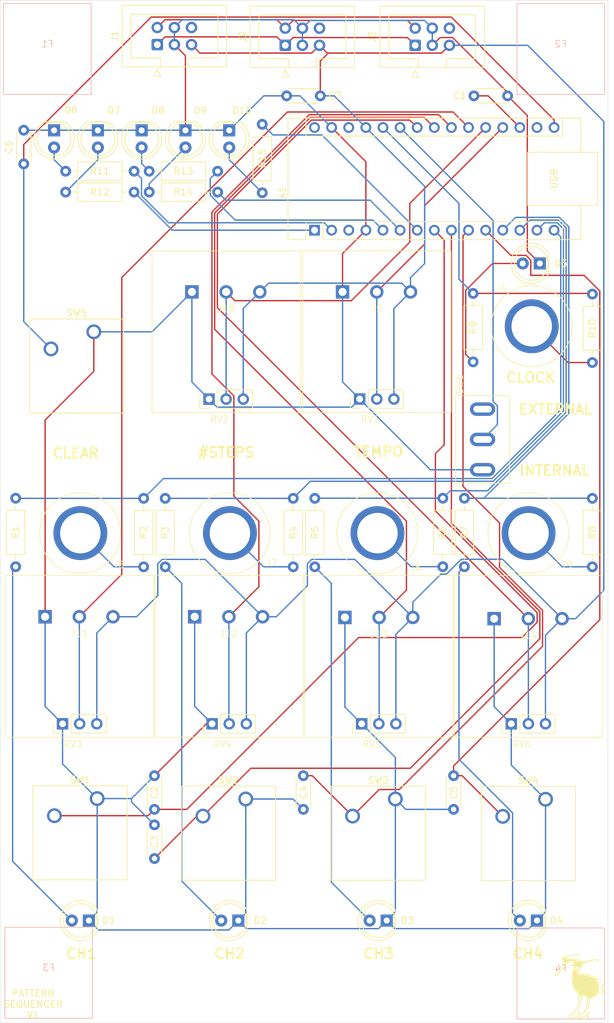
<source format=kicad_pcb>
(kicad_pcb (version 20241229) (generator "pcbnew") (generator_version "9.0")
  (layers (0 "F.Cu" signal) (2 "B.Cu" signal) (13 "F.Paste" user) (15 "B.Paste" user) (5 "F.SilkS" user "F.Silkscreen") (7 "B.SilkS" user "B.Silkscreen") (1 "F.Mask" user) (3 "B.Mask" user) (25 "Edge.Cuts" user))
  (net 0 "")
  (net 1 "Net-(A1-D4)")
  (net 2 "Net-(A1-D5)")
  (net 3 "5V")
  (net 4 "Net-(A1-D1{slash}TX)")
  (net 5 "Net-(A1-A0)")
  (net 6 "Net-(A1-D2)")
  (net 7 "Net-(A1-D6)")
  (net 8 "Net-(A1-A5)")
  (net 10 "Net-(A1-A7)")
  (net 11 "Net-(A1-A4)")
  (net 13 "Net-(A1-D0{slash}RX)")
  (net 14 "GND")
  (net 15 "Net-(A1-D7)")
  (net 17 "Net-(A1-A2)")
  (net 19 "Net-(A1-A3)")
  (net 20 "Net-(A1-D8)")
  (net 21 "Net-(A1-A1)")
  (net 22 "Net-(A1-D12)")
  (net 23 "Net-(A1-A6)")
  (net 24 "Net-(A1-D9)")
  (net 25 "Net-(A1-AREF)")
  (net 26 "Net-(A1-D10)")
  (net 27 "Net-(A1-D3)")
  (net 28 "Net-(A1-D11)")
  (net 29 "Net-(A1-D13)")
  (net 30 "12V")
  (net 32 "-12V")
  (net 35 "Net-(D1-A)")
  (net 36 "Net-(D2-A)")
  (net 37 "Net-(D3-A)")
  (net 38 "Net-(D4-A)")
  (net 39 "Net-(D5-A)")
  (net 40 "Net-(D6-A)")
  (net 41 "Net-(D7-A)")
  (net 42 "Net-(D8-A)")
  (net 43 "Net-(D9-A)")
  (net 44 "Net-(D10-A)")
  (net 45 "Net-(J4-Pin_1)")
  (net 46 "Net-(J6-Pin_1)")
  (net 47 "Net-(J7-Pin_1)")
  (net 48 "Net-(J8-Pin_1)")
  (net 49 "Net-(J9-Pin_1)")
  (footprint "Button_Switch_Keyboard:SW_Cherry_MX_1.00u_PCB" (layer "F.Cu") (at 97.65 140.16)
    (property "Reference" "SW2")
    (property "Value" "IN 2")
  )
  (footprint "LED_THT:LED_D5.0mm" (layer "F.Cu") (at 82.2 40.925 -90)
    (property "Reference" "D8")
    (property "Value" "LED (Red)")
  )
  (footprint "Resistor_THT:R_Axial_DIN0207_L6.3mm_D2.5mm_P10.16mm_Horizontal" (layer "F.Cu") (at 130.1 105.68 90)
    (property "Reference" "R7")
    (property "Value" "1K")
  )
  (footprint "Resistor_THT:R_Axial_DIN0207_L6.3mm_D2.5mm_P10.16mm_Horizontal" (layer "F.Cu") (at 126.9 105.68 90)
    (property "Reference" "R6")
    (property "Value" "1K")
  )
  (footprint "Capacitor_THT:C_Disc_D4.3mm_W1.9mm_P5.00mm" (layer "F.Cu") (at 128.5 136.7 -90)
    (property "Reference" "C5")
    (property "Value" "1uF")
  )
  (footprint "Connector_IDC:IDC-Header_2x03_P2.54mm_Vertical" (layer "F.Cu") (at 84.52 28.2 90)
    (property "Reference" "J1")
    (property "Value" "Power")
  )
  (footprint "modular2:pot" (layer "F.Cu") (at 139.6 116.4)
    (property "Reference" "J14")
    (property "Value" "Conn_01x03_Socket")
  )
  (footprint "Capacitor_THT:C_Disc_D4.3mm_W1.9mm_P5.00mm" (layer "F.Cu") (at 64.7 45.9 90)
    (property "Reference" "C6")
    (property "Value" "1uF")
  )
  (footprint "Resistor_THT:R_Axial_DIN0207_L6.3mm_D2.5mm_P10.16mm_Horizontal" (layer "F.Cu") (at 70.92 46.985)
    (property "Reference" "R11")
    (property "Value" "1K")
  )
  (footprint "Resistor_THT:R_Axial_DIN0207_L6.3mm_D2.5mm_P10.16mm_Horizontal" (layer "F.Cu") (at 85.7 105.7 90)
    (property "Reference" "R3")
    (property "Value" "1K")
  )
  (footprint "Button_Switch_Keyboard:SW_Cherry_MX_1.00u_PCB" (layer "F.Cu") (at 75.6 140.1)
    (property "Reference" "SW1")
    (property "Value" "IN 1")
  )
  (footprint "LED_THT:LED_D5.0mm" (layer "F.Cu") (at 69.2 40.925 -90)
    (property "Reference" "D6")
    (property "Value" "LED (Red)")
  )
  (footprint "Resistor_THT:R_Axial_DIN0207_L6.3mm_D2.5mm_P10.16mm_Horizontal" (layer "F.Cu") (at 83.32 50.085)
    (property "Reference" "R14")
    (property "Value" "1K")
  )
  (footprint "Capacitor_THT:C_Disc_D4.3mm_W1.9mm_P5.00mm" (layer "F.Cu") (at 84.1 141.7 90)
    (property "Reference" "C2")
    (property "Value" "1uF")
  )
  (footprint "Resistor_THT:R_Axial_DIN0207_L6.3mm_D2.5mm_P10.16mm_Horizontal" (layer "F.Cu") (at 149.1 105.7 90)
    (property "Reference" "R8")
    (property "Value" "1K")
  )
  (footprint "LED_THT:LED_D5.0mm" (layer "F.Cu") (at 140.875 158.2 180)
    (property "Reference" "D4")
    (property "Value" "LED (Red)")
  )
  (footprint "Resistor_THT:R_Axial_DIN0207_L6.3mm_D2.5mm_P10.16mm_Horizontal" (layer "F.Cu") (at 107.9 105.7 90)
    (property "Reference" "R5")
    (property "Value" "1K")
  )
  (footprint "Connector_IDC:IDC-Header_2x03_P2.54mm_Vertical" (layer "F.Cu") (at 122.8 28.3 90)
    (property "Reference" "J3")
    (property "Value" "Power")
  )
  (footprint "Button_Switch_Keyboard:SW_Cherry_MX_1.00u_PCB" (layer "F.Cu") (at 119.86 140.16)
    (property "Reference" "SW3")
    (property "Value" "IN 3")
  )
  (footprint "Resistor_THT:R_Axial_DIN0207_L6.3mm_D2.5mm_P10.16mm_Horizontal" (layer "F.Cu") (at 149.1 65.22 -90)
    (property "Reference" "R10")
    (property "Value" "1K")
  )
  (footprint "modular2:pot" (layer "F.Cu") (at 94.74 67.9)
    (property "Reference" "J10")
    (property "Value" "Conn_01x03_Socket")
  )
  (footprint "Capacitor_THT:C_Disc_D4.3mm_W1.9mm_P5.00mm" (layer "F.Cu") (at 84.1 149 90)
    (property "Reference" "C3")
    (property "Value" "1uF")
  )
  (footprint "LED_THT:LED_D5.0mm" (layer "F.Cu") (at 141.3 60.68 180)
    (property "Reference" "D5")
    (property "Value" "LED (Red)")
  )
  (footprint "modular2:pot" (layer "F.Cu") (at 117.1 67.9)
    (property "Reference" "J5")
    (property "Value" "Conn_01x03_Socket")
  )
  (footprint "modular2:pot-socket" (layer "F.Cu") (at 93.74 72.8125)
    (property "Reference" "RV2")
    (property "Value" "100K - Num Steps")
  )
  (footprint "LED_THT:LED_D5.0mm" (layer "F.Cu") (at 118.575 158.2 180)
    (property "Reference" "D3")
    (property "Value" "LED (Red)")
  )
  (footprint "LED_THT:LED_D5.0mm" (layer "F.Cu") (at 95.2 40.925 -90)
    (property "Reference" "D10")
    (property "Value" "LED (Red)")
  )
  (footprint "Button_Switch_Keyboard:SW_Cherry_MX_1.00u_PCB" (layer "F.Cu") (at 75.1 70.82)
    (property "Reference" "SW5")
    (property "Value" "CLEAR")
  )
  (footprint "Resistor_THT:R_Axial_DIN0207_L6.3mm_D2.5mm_P10.16mm_Horizontal" (layer "F.Cu") (at 83.32 46.985)
    (property "Reference" "R13")
    (property "Value" "1K")
  )
  (footprint "Resistor_THT:R_Axial_DIN0207_L6.3mm_D2.5mm_P10.16mm_Horizontal" (layer "F.Cu") (at 104.7 105.7 90)
    (property "Reference" "R4")
    (property "Value" "1K")
  )
  (footprint "modular2:banana-jack" (layer "F.Cu") (at 117.175062 100.7 90)
    (property "Reference" "J8")
    (property "Value" "Out 3")
  )
  (footprint "modular2:pot-socket" (layer "F.Cu") (at 94.2 121)
    (property "Reference" "RV4")
    (property "Value" "100K - Len 2")
  )
  (footprint "modular2:banana-jack" (layer "F.Cu") (at 73.075062 100.7 90)
    (property "Reference" "J6")
    (property "Value" "Out 1")
  )
  (footprint "LED_THT:LED_D5.0mm" (layer "F.Cu") (at 96.55 158.2 180)
    (property "Reference" "D2")
    (property "Value" "LED (Red)")
  )
  (footprint "Resistor_THT:R_Axial_DIN0207_L6.3mm_D2.5mm_P10.16mm_Horizontal" (layer "F.Cu") (at 70.92 50.085)
    (property "Reference" "R12")
    (property "Value" "1K")
  )
  (footprint "Resistor_THT:R_Axial_DIN0207_L6.3mm_D2.5mm_P10.16mm_Horizontal" (layer "F.Cu") (at 82.5 105.7 90)
    (property "Reference" "R2")
    (property "Value" "1K")
  )
  (footprint "Resistor_THT:R_Axial_DIN0207_L6.3mm_D2.5mm_P10.16mm_Horizontal" (layer "F.Cu") (at 100.1 50.185 90)
    (property "Reference" "R15")
    (property "Value" "1K")
  )
  (footprint "Button_Switch_Keyboard:SW_Cherry_MX_1.00u_PCB" (layer "F.Cu") (at 142.15 140.2)
    (property "Reference" "SW4")
    (property "Value" "IN 4")
  )
  (footprint "modular2:pot-socket" (layer "F.Cu") (at 116.4 121)
    (property "Reference" "RV5")
    (property "Value" "100K - Len 3")
  )
  (footprint "Capacitor_THT:C_Disc_D4.3mm_W1.9mm_P5.00mm" (layer "F.Cu") (at 103.72 35.8)
    (property "Reference" "C7")
    (property "Value" "100nf")
  )
  (footprint "LED_THT:LED_D5.0mm" (layer "F.Cu") (at 74.375 158.2 180)
    (property "Reference" "D1")
    (property "Value" "LED (Red)")
  )
  (footprint "Resistor_THT:R_Axial_DIN0207_L6.3mm_D2.5mm_P10.16mm_Horizontal" (layer "F.Cu") (at 63.5 105.68 90)
    (property "Reference" "R1")
    (property "Value" "1K")
  )
  (footprint "Resistor_THT:R_Axial_DIN0207_L6.3mm_D2.5mm_P10.16mm_Horizontal" (layer "F.Cu") (at 131.4 75.28 90)
    (property "Reference" "R9")
    (property "Value" "1K")
  )
  (footprint "Capacitor_THT:C_Disc_D4.3mm_W1.9mm_P5.00mm" (layer "F.Cu") (at 136.52 35.8 180)
    (property "Reference" "C1")
    (property "Value" "100nf")
  )
  (footprint "modular2:pot" (layer "F.Cu") (at 72.95 116.1125)
    (property "Reference" "J11")
    (property "Value" "Conn_01x03_Socket")
  )
  (footprint "Module:Arduino_Nano" (layer "F.Cu") (at 107.86 55.74 90)
    (property "Reference" "A1")
    (property "Value" "Arduino_Nano_v3.x")
  )
  (footprint "modular2:pot-socket" (layer "F.Cu") (at 138.6 121)
    (property "Reference" "RV6")
    (property "Value" "100K - Len 4")
  )
  (footprint "modular2:switch1" (layer "F.Cu") (at 132.8 86.8 180)
    (property "Reference" "SW6")
    (property "Value" "External Clock Select")
  )
  (footprint "Capacitor_THT:C_Disc_D4.3mm_W1.9mm_P5.00mm" (layer "F.Cu") (at 106.2 136.7 -90)
    (property "Reference" "C4")
    (property "Value" "1uF")
  )
  (footprint "modular2:banana-jack" (layer "F.Cu") (at 139.6 100.7 90)
    (property "Reference" "J9")
    (property "Value" "Out 4")
  )
  (footprint "LED_THT:LED_D5.0mm" (layer "F.Cu") (at 88.7 40.925 -90)
    (property "Reference" "D9")
    (property "Value" "LED (Red)")
  )
  (footprint "modular2:pot-socket" (layer "F.Cu") (at 72 121)
    (property "Reference" "RV3")
    (property "Value" "100K - Len 1")
  )
  (footprint "modular2:pot" (layer "F.Cu") (at 95.15 116.1125)
    (property "Reference" "J12")
    (property "Value" "Conn_01x03_Socket")
  )
  (footprint "Connector_IDC:IDC-Header_2x03_P2.54mm_Vertical" (layer "F.Cu") (at 103.52 28.3 90)
    (property "Reference" "J2")
    (property "Value" "Power")
  )
  (footprint "modular2:ibis-small" (layer "F.Cu") (at 147.3 168.1)
    (property "Reference" "G***" (hide yes))
    (property "Value" "LOGO" (hide yes))
  )
  (footprint "modular2:pot" (layer "F.Cu") (at 117.45 116.2125)
    (property "Reference" "J13")
    (property "Value" "Conn_01x03_Socket")
  )
  (footprint "modular2:banana-jack" (layer "F.Cu") (at 140.1 69.975062)
    (property "Reference" "J4")
    (property "Value" "External Clock")
  )
  (footprint "LED_THT:LED_D5.0mm" (layer "F.Cu") (at 75.7 40.925 -90)
    (property "Reference" "D7")
    (property "Value" "LED (Red)")
  )
  (footprint "modular2:banana-jack" (layer "F.Cu") (at 95.275062 100.7 90)
    (property "Reference" "J7")
    (property "Value" "Out 2")
  )
  (footprint "modular2:pot-socket" (layer "F.Cu") (at 116.1 72.8)
    (property "Reference" "RV1")
    (property "Value" "100K - Tempo")
  )
  (footprint "modular2:foot" (layer "B.Cu") (at 68.2 28.6 180)
    (property "Reference" "F1")
    (property "Value" "foot")
  )
  (footprint "modular2:foot" (layer "B.Cu") (at 144.4 165.8 180)
    (property "Reference" "F4")
    (property "Value" "foot")
  )
  (footprint "modular2:foot" (layer "B.Cu") (at 144.4 28.6 180)
    (property "Reference" "F2")
    (property "Value" "foot")
  )
  (footprint "modular2:foot" (layer "B.Cu") (at 68.4 165.7 180)
    (property "Reference" "F3")
    (property "Value" "foot")
  )
  (gr_rect (start 61.2 21.6) (end 151.4 173.4) (stroke (width 0.05)) (fill no) (layer "Edge.Cuts"))
  (gr_text "#STEPS" (at 90.4 89.6 0) (layer "F.SilkS") (effects (font (size 1.5 1.5) (thickness 0.3) (bold yes)) (justify left bottom)))
  (gr_text "CH1" (at 70.8 164 0) (layer "F.SilkS") (effects (font (size 1.5 1.5) (thickness 0.3) (bold yes)) (justify left bottom)))
  (gr_text "CH3" (at 114.9 164 0) (layer "F.SilkS") (effects (font (size 1.5 1.5) (thickness 0.3) (bold yes)) (justify left bottom)))
  (gr_text "EXTERNAL" (at 138 83.2 0) (layer "F.SilkS") (effects (font (size 1.5 1.5) (thickness 0.3) (bold yes)) (justify left bottom)))
  (gr_text "CH4" (at 137.1 164 0) (layer "F.SilkS") (effects (font (size 1.5 1.5) (thickness 0.3) (bold yes)) (justify left bottom)))
  (gr_text "TEMPO" (at 113.5 89.5 0) (layer "F.SilkS") (effects (font (size 1.5 1.5) (thickness 0.3) (bold yes)) (justify left bottom)))
  (gr_text "CH2" (at 92.8 164 0) (layer "F.SilkS") (effects (font (size 1.5 1.5) (thickness 0.3) (bold yes)) (justify left bottom)))
  (gr_text "CLEAR" (at 68.8 89.7 0) (layer "F.SilkS") (effects (font (size 1.5 1.5) (thickness 0.3) (bold yes)) (justify left bottom)))
  (gr_text "CLOCK" (at 136.1 78.5 0) (layer "F.SilkS") (effects (font (size 1.5 1.5) (thickness 0.3) (bold yes)) (justify left bottom)))
  (gr_text "PATTERN\nSEQUENCER\nV1" (at 66.1 170.6 0) (layer "F.SilkS") (effects (font (size 1 1))))
  (gr_text "INTERNAL" (at 138.1 92.3 0) (layer "F.SilkS") (effects (font (size 1.5 1.5) (thickness 0.3) (bold yes)) (justify left bottom)))
  (segment (start 123.1 55.74) (end 108.961 41.601) (width 0.2) (layer "B.Cu") (net 1))
  (segment (start 101.676 41.601) (end 100.1 40.025) (width 0.2) (layer "B.Cu") (net 1))
  (segment (start 108.961 41.601) (end 101.676 41.601) (width 0.2) (layer "B.Cu") (net 1))
  (segment (start 69.25 142.64) (end 83.16 142.64) (width 0.2) (layer "F.Cu") (net 2))
  (segment (start 140.901 112.501) (end 140.901 113.938892) (width 0.2) (layer "F.Cu") (net 2))
  (segment (start 88.9 141.7) (end 84.1 141.7) (width 0.2) (layer "F.Cu") (net 2))
  (segment (start 125.799 88.902) (end 125.799 97.399) (width 0.2) (layer "F.Cu") (net 2))
  (segment (start 83.16 142.64) (end 84.1 141.7) (width 0.2) (layer "F.Cu") (net 2))
  (segment (start 138.640892 116.199) (end 114.401 116.199) (width 0.2) (layer "F.Cu") (net 2))
  (segment (start 125.64 55.74) (end 127.101 57.201) (width 0.2) (layer "F.Cu") (net 2))
  (segment (start 114.401 116.199) (end 88.9 141.7) (width 0.2) (layer "F.Cu") (net 2))
  (segment (start 140.901 113.938892) (end 138.640892 116.199) (width 0.2) (layer "F.Cu") (net 2))
  (segment (start 125.799 97.399) (end 140.901 112.501) (width 0.2) (layer "F.Cu") (net 2))
  (segment (start 127.101 57.201) (end 127.101 87.6) (width 0.2) (layer "F.Cu") (net 2))
  (segment (start 127.101 87.6) (end 125.799 88.902) (width 0.2) (layer "F.Cu") (net 2))
  (segment (start 126.729 29.451) (end 127.88 28.3) (width 0.2) (layer "F.Cu") (net 3))
  (segment (start 108.6 28.3) (end 109.751 29.451) (width 0.2) (layer "F.Cu") (net 3))
  (segment (start 108.72 35.8) (end 108.72 30.631) (width 0.2) (layer "F.Cu") (net 3))
  (segment (start 90.851 29.451) (end 107.449 29.451) (width 0.2) (layer "F.Cu") (net 3))
  (segment (start 109.9 29.451) (end 126.729 29.451) (width 0.2) (layer "F.Cu") (net 3))
  (segment (start 107.449 29.451) (end 108.6 28.3) (width 0.2) (layer "F.Cu") (net 3))
  (segment (start 108.72 30.631) (end 109.9 29.451) (width 0.2) (layer "F.Cu") (net 3))
  (segment (start 109.751 29.451) (end 109.9 29.451) (width 0.2) (layer "F.Cu") (net 3))
  (segment (start 89.6 28.2) (end 90.851 29.451) (width 0.2) (layer "F.Cu") (net 3))
  (segment (start 139.499 28.3) (end 127.88 28.3) (width 0.2) (layer "B.Cu") (net 3))
  (segment (start 126.616976 106.781) (end 127.44195 106.781) (width 0.2) (layer "B.Cu") (net 3))
  (segment (start 107.44395 104.599) (end 113.8365 104.599) (width 0.2) (layer "B.Cu") (net 3))
  (segment (start 122.1 62.797976) (end 122.1 64.9) (width 0.2) (layer "B.Cu") (net 3))
  (segment (start 102.189524 113.1125) (end 106.799 108.503024) (width 0.2) (layer "B.Cu") (net 3))
  (segment (start 119.94 115.7225) (end 119.94 129) (width 0.2) (layer "B.Cu") (net 3))
  (segment (start 77.95 113.1125) (end 75.54 115.5225) (width 0.2) (layer "B.Cu") (net 3))
  (segment (start 84.599 109.9615) (end 84.599 105.24395) (width 0.2) (layer "B.Cu") (net 3))
  (segment (start 85.24395 104.599) (end 91.6365 104.599) (width 0.2) (layer "B.Cu") (net 3))
  (segment (start 110.78 35.8) (end 115.48 40.5) (width 0.2) (layer "B.Cu") (net 3))
  (segment (start 91.6365 104.599) (end 100.15 113.1125) (width 0.2) (layer "B.Cu") (net 3))
  (segment (start 75.54 115.5225) (end 75.54 129) (width 0.2) (layer "B.Cu") (net 3))
  (segment (start 144.6 113.4) (end 146.6 113.4) (width 0.2) (layer "B.Cu") (net 3))
  (segment (start 144.6 113.4) (end 142.14 115.86) (width 0.2) (layer "B.Cu") (net 3))
  (segment (start 100.15 113.1125) (end 97.74 115.5225) (width 0.2) (layer "B.Cu") (net 3))
  (segment (start 99.74 64.9) (end 101.041 63.599) (width 0.2) (layer "B.Cu") (net 3))
  (segment (start 120.799 63.599) (end 122.1 64.9) (width 0.2) (layer "B.Cu") (net 3))
  (segment (start 101.041 63.599) (end 120.799 63.599) (width 0.2) (layer "B.Cu") (net 3))
  (segment (start 97.74 115.5225) (end 97.74 129) (width 0.2) (layer "B.Cu") (net 3))
  (segment (start 106.799 105.24395) (end 107.44395 104.599) (width 0.2) (layer "B.Cu") (net 3))
  (segment (start 106.799 108.503024) (end 106.799 105.24395) (width 0.2) (layer "B.Cu") (net 3))
  (segment (start 113.8365 104.599) (end 122.45 113.2125) (width 0.2) (layer "B.Cu") (net 3))
  (segment (start 122.45 113.2125) (end 122.45 110.947976) (width 0.2) (layer "B.Cu") (net 3))
  (segment (start 129.64395 104.579) (end 135.779 104.579) (width 0.2) (layer "B.Cu") (net 3))
  (segment (start 119.64 67.36) (end 119.64 80.8) (width 0.2) (layer "B.Cu") (net 3))
  (segment (start 142.14 115.86) (end 142.14 129) (width 0.2) (layer "B.Cu") (net 3))
  (segment (start 124.201 49.221) (end 124.201 60.696976) (width 0.2) (layer "B.Cu") (net 3))
  (segment (start 135.779 104.579) (end 144.6 113.4) (width 0.2) (layer "B.Cu") (net 3))
  (segment (start 115.48 40.5) (end 124.201 49.221) (width 0.2) (layer "B.Cu") (net 3))
  (segment (start 122.45 110.947976) (end 126.616976 106.781) (width 0.2) (layer "B.Cu") (net 3))
  (segment (start 77.95 113.1125) (end 81.448 113.1125) (width 0.2) (layer "B.Cu") (net 3))
  (segment (start 122.45 113.2125) (end 119.94 115.7225) (width 0.2) (layer "B.Cu") (net 3))
  (segment (start 97.28 67.36) (end 97.28 80.8125) (width 0.2) (layer "B.Cu") (net 3))
  (segment (start 150.799 39.6) (end 139.499 28.3) (width 0.2) (layer "B.Cu") (net 3))
  (segment (start 84.599 105.24395) (end 85.24395 104.599) (width 0.2) (layer "B.Cu") (net 3))
  (segment (start 81.448 113.1125) (end 84.599 109.9615) (width 0.2) (layer "B.Cu") (net 3))
  (segment (start 127.44195 106.781) (end 129.64395 104.579) (width 0.2) (layer "B.Cu") (net 3))
  (segment (start 124.201 60.696976) (end 122.1 62.797976) (width 0.2) (layer "B.Cu") (net 3))
  (segment (start 108.72 35.8) (end 110.78 35.8) (width 0.2) (layer "B.Cu") (net 3))
  (segment (start 122.1 64.9) (end 119.64 67.36) (width 0.2) (layer "B.Cu") (net 3))
  (segment (start 99.74 64.9) (end 97.28 67.36) (width 0.2) (layer "B.Cu") (net 3))
  (segment (start 150.799 109.201) (end 150.799 39.6) (width 0.2) (layer "B.Cu") (net 3))
  (segment (start 100.15 113.1125) (end 102.189524 113.1125) (width 0.2) (layer "B.Cu") (net 3))
  (segment (start 146.6 113.4) (end 150.799 109.201) (width 0.2) (layer "B.Cu") (net 3))
  (segment (start 107.86 55.74) (end 86.735 55.74) (width 0.2) (layer "B.Cu") (net 4))
  (segment (start 86.735 55.74) (end 81.08 50.085) (width 0.2) (layer "B.Cu") (net 4))
  (segment (start 124.2 57.8) (end 117.1 64.9) (width 0.2) (layer "F.Cu") (net 5))
  (segment (start 124.2 52.1) (end 124.2 57.8) (width 0.2) (layer "F.Cu") (net 5))
  (segment (start 135.8 40.5) (end 124.2 52.1) (width 0.2) (layer "F.Cu") (net 5))
  (segment (start 117.1 64.9) (end 117.1 80.8) (width 0.2) (layer "B.Cu") (net 5))
  (segment (start 92.379 50.54105) (end 92.379 48.086) (width 0.2) (layer "B.Cu") (net 6))
  (segment (start 92.379 48.086) (end 93.48 46.985) (width 0.2) (layer "B.Cu") (net 6))
  (segment (start 118.02 55.74) (end 116.518 54.238) (width 0.2) (layer "B.Cu") (net 6))
  (segment (start 96.07595 54.238) (end 92.379 50.54105) (width 0.2) (layer "B.Cu") (net 6))
  (segment (start 116.518 54.238) (end 96.07595 54.238) (width 0.2) (layer "B.Cu") (net 6))
  (segment (start 128.18 55.74) (end 128.18 99.2129) (width 0.2) (layer "F.Cu") (net 7))
  (segment (start 98.401 135.599) (end 91.3 142.7) (width 0.2) (layer "F.Cu") (net 7))
  (segment (start 141.302 116.3651) (end 122.0681 135.599) (width 0.2) (layer "F.Cu") (net 7))
  (segment (start 84.1 149) (end 90.4 142.7) (width 0.2) (layer "F.Cu") (net 7))
  (segment (start 90.4 142.7) (end 91.3 142.7) (width 0.2) (layer "F.Cu") (net 7))
  (segment (start 122.0681 135.599) (end 98.401 135.599) (width 0.2) (layer "F.Cu") (net 7))
  (segment (start 128.18 99.2129) (end 141.302 112.3349) (width 0.2) (layer "F.Cu") (net 7))
  (segment (start 141.302 112.3349) (end 141.302 116.3651) (width 0.2) (layer "F.Cu") (net 7))
  (segment (start 93.439 53.36395) (end 93.439 67.239) (width 0.2) (layer "F.Cu") (net 8))
  (segment (start 123.1 40.5) (end 121.999 39.399) (width 0.2) (layer "F.Cu") (net 8))
  (segment (start 121.999 39.399) (end 107.40395 39.399) (width 0.2) (layer "F.Cu") (net 8))
  (segment (start 107.40395 39.399) (end 93.439 53.36395) (width 0.2) (layer "F.Cu") (net 8))
  (segment (start 93.439 67.239) (end 139.6 113.4) (width 0.2) (layer "F.Cu") (net 8))
  (segment (start 139.6 113.4) (end 139.6 129) (width 0.2) (layer "B.Cu") (net 8))
  (segment (start 131.4 65.12) (end 149 65.12) (width 0.2) (layer "F.Cu") (net 10))
  (segment (start 149 65.12) (end 149.1 65.22) (width 0.2) (layer "F.Cu") (net 10))
  (segment (start 118.02 40.5) (end 129.3 51.78) (width 0.2) (layer "B.Cu") (net 10))
  (segment (start 129.3 51.78) (end 129.3 63.02) (width 0.2) (layer "B.Cu") (net 10))
  (segment (start 129.3 63.02) (end 131.4 65.12) (width 0.2) (layer "B.Cu") (net 10))
  (segment (start 93.038 53.19785) (end 93.038 70.455467) (width 0.2) (layer "F.Cu") (net 11))
  (segment (start 121.501 98.918467) (end 121.501 109.1615) (width 0.2) (layer "F.Cu") (net 11))
  (segment (start 121.501 109.1615) (end 117.45 113.2125) (width 0.2) (layer "F.Cu") (net 11))
  (segment (start 107.23785 38.998) (end 93.038 53.19785) (width 0.2) (layer "F.Cu") (net 11))
  (segment (start 124.138 38.998) (end 107.23785 38.998) (width 0.2) (layer "F.Cu") (net 11))
  (segment (start 125.64 40.5) (end 124.138 38.998) (width 0.2) (layer "F.Cu") (net 11))
  (segment (start 93.038 70.455467) (end 121.501 98.918467) (width 0.2) (layer "F.Cu") (net 11))
  (segment (start 117.45 113.2125) (end 117.45 128.95) (width 0.2) (layer "B.Cu") (net 11))
  (segment (start 117.45 128.95) (end 117.4 129) (width 0.2) (layer "B.Cu") (net 11))
  (segment (start 82.181 48.086) (end 81.08 46.985) (width 0.2) (layer "B.Cu") (net 13))
  (segment (start 109.299 54.639) (end 86.2011 54.639) (width 0.2) (layer "B.Cu") (net 13))
  (segment (start 110.4 55.74) (end 109.299 54.639) (width 0.2) (layer "B.Cu") (net 13))
  (segment (start 82.181 50.6189) (end 82.181 48.086) (width 0.2) (layer "B.Cu") (net 13))
  (segment (start 86.2011 54.639) (end 82.181 50.6189) (width 0.2) (layer "B.Cu") (net 13))
  (segment (start 139.441 58.821) (end 141.3 60.68) (width 0.2) (layer "F.Cu") (net 14))
  (segment (start 67.87 83.914816) (end 75.1 76.684816) (width 0.2) (layer "F.Cu") (net 14))
  (segment (start 115.48 55.74) (end 115.48 45.58) (width 0.2) (layer "F.Cu") (net 14))
  (segment (start 67.87 113.1125) (end 67.87 83.914816) (width 0.2) (layer "F.Cu") (net 14))
  (segment (start 112.02 59.2) (end 115.48 55.74) (width 0.2) (layer "F.Cu") (net 14))
  (segment (start 115.48 45.58) (end 110.4 40.5) (width 0.2) (layer "F.Cu") (net 14))
  (segment (start 88.7 29.84) (end 88.7 40.925) (width 0.2) (layer "F.Cu") (net 14))
  (segment (start 128.35676 27.149) (end 136.52 35.31224) (width 0.2) (layer "F.Cu") (net 14))
  (segment (start 126.491 27.149) (end 128.35676 27.149) (width 0.2) (layer "F.Cu") (net 14))
  (segment (start 136.52 35.31224) (end 136.52 35.8) (width 0.2) (layer "F.Cu") (net 14))
  (segment (start 91.8 129) (end 92.66 129) (width 0.2) (layer "F.Cu") (net 14))
  (segment (start 75.1 76.684816) (end 75.1 70.82) (width 0.2) (layer "F.Cu") (net 14))
  (segment (start 84.1 136.7) (end 91.8 129) (width 0.2) (layer "F.Cu") (net 14))
  (segment (start 125.34 28.3) (end 126.491 27.149) (width 0.2) (layer "F.Cu") (net 14))
  (segment (start 136.52 35.8) (end 139.441 38.721) (width 0.2) (layer "F.Cu") (net 14))
  (segment (start 112.02 64.9) (end 112.02 59.2) (width 0.2) (layer "F.Cu") (net 14))
  (segment (start 139.441 38.721) (end 139.441 58.821) (width 0.2) (layer "F.Cu") (net 14))
  (segment (start 87.06 28.2) (end 88.7 29.84) (width 0.2) (layer "F.Cu") (net 14))
  (segment (start 134.52 126.46) (end 137.06 129) (width 0.2) (layer "B.Cu") (net 14))
  (segment (start 142.15 140.2) (end 142.15 156.925) (width 0.2) (layer "B.Cu") (net 14))
  (segment (start 119.86 140.16) (end 119.86 134) (width 0.2) (layer "B.Cu") (net 14))
  (segment (start 117.374 159.401) (end 97.751 159.401) (width 0.2) (layer "B.Cu") (net 14))
  (segment (start 119.776 159.401) (end 118.575 158.2) (width 0.2) (layer "B.Cu") (net 14))
  (segment (start 70.46 129) (end 70.46 134.96) (width 0.2) (layer "B.Cu") (net 14))
  (segment (start 90.07 126.41) (end 92.66 129) (width 0.2) (layer "B.Cu") (net 14))
  (segment (start 112.37 113.2125) (end 112.37 126.51) (width 0.2) (layer "B.Cu") (net 14))
  (segment (start 90.07 113.1125) (end 90.07 126.41) (width 0.2) (layer "B.Cu") (net 14))
  (segment (start 106.06 25.76) (end 107.211 24.609) (width 0.2) (layer "B.Cu") (net 14))
  (segment (start 93.3875 82) (end 113.36 82) (width 0.2) (layer "B.Cu") (net 14))
  (segment (start 96.55 158.2) (end 95.15 159.6) (width 0.2) (layer "B.Cu") (net 14))
  (segment (start 119.86 134) (end 114.86 129) (width 0.2) (layer "B.Cu") (net 14))
  (segment (start 137.06 135.11) (end 142.15 140.2) (width 0.2) (layer "B.Cu") (net 14))
  (segment (start 75.6 140.1) (end 75.6 156.975) (width 0.2) (layer "B.Cu") (net 14))
  (segment (start 95.15 159.6) (end 75.775 159.6) (width 0.2) (layer "B.Cu") (net 14))
  (segment (start 121.4 141.7) (end 119.86 140.16) (width 0.2) (layer "B.Cu") (net 14))
  (segment (start 106.06 25.76) (end 106.06 28.3) (width 0.2) (layer "B.Cu") (net 14))
  (segment (start 97.751 159.401) (end 96.55 158.2) (width 0.2) (layer "B.Cu") (net 14))
  (segment (start 64.7 40.9) (end 95.175 40.9) (width 0.2) (layer "B.Cu") (net 14))
  (segment (start 142.15 156.925) (end 140.875 158.2) (width 0.2) (layer "B.Cu") (net 14))
  (segment (start 112.37 126.51) (end 114.86 129) (width 0.2) (layer "B.Cu") (net 14))
  (segment (start 89.66 78.2725) (end 92.2 80.8125) (width 0.2) (layer "B.Cu") (net 14))
  (segment (start 100.325 35.8) (end 103.72 35.8) (width 0.2) (layer "B.Cu") (net 14))
  (segment (start 128.5 141.7) (end 121.4 141.7) (width 0.2) (layer "B.Cu") (net 14))
  (segment (start 113.36 82) (end 114.56 80.8) (width 0.2) (layer "B.Cu") (net 14))
  (segment (start 97.65 140.16) (end 104.66 140.16) (width 0.2) (layer "B.Cu") (net 14))
  (segment (start 118.575 158.2) (end 117.374 159.401) (width 0.2) (layer "B.Cu") (net 14))
  (segment (start 119.86 140.16) (end 119.86 156.915) (width 0.2) (layer "B.Cu") (net 14))
  (segment (start 134.52 113.4) (end 134.52 126.46) (width 0.2) (layer "B.Cu") (net 14))
  (segment (start 89.66 64.9) (end 89.66 78.2725) (width 0.2) (layer "B.Cu") (net 14))
  (segment (start 67.87 126.41) (end 70.46 129) (width 0.2) (layer "B.Cu") (net 14))
  (segment (start 95.175 40.9) (end 95.2 40.925) (width 0.2) (layer "B.Cu") (net 14))
  (segment (start 139.674 159.401) (end 119.776 159.401) (width 0.2) (layer "B.Cu") (net 14))
  (segment (start 87.06 25.66) (end 88.211 24.509) (width 0.2) (layer "B.Cu") (net 14))
  (segment (start 119.86 156.915) (end 118.575 158.2) (width 0.2) (layer "B.Cu") (net 14))
  (segment (start 83.74 70.82) (end 89.66 64.9) (width 0.2) (layer "B.Cu") (net 14))
  (segment (start 70.46 134.96) (end 75.6 140.1) (width 0.2) (layer "B.Cu") (net 14))
  (segment (start 67.87 113.1125) (end 67.87 126.41) (width 0.2) (layer "B.Cu") (net 14))
  (segment (start 84.1 144) (end 80.7 140.6) (width 0.2) (layer "B.Cu") (net 14))
  (segment (start 75.6 140.1) (end 80.7 140.1) (width 0.2) (layer "B.Cu") (net 14))
  (segment (start 92.2 80.8125) (end 93.3875 82) (width 0.2) (layer "B.Cu") (net 14))
  (segment (start 112.02 78.26) (end 114.56 80.8) (width 0.2) (layer "B.Cu") (net 14))
  (segment (start 125.34 25.76) (end 125.34 28.3) (width 0.2) (layer "B.Cu") (net 14))
  (segment (start 114.56 80.8) (end 125.06 91.3) (width 0.2) (layer "B.Cu") (net 14))
  (segment (start 75.6 156.975) (end 74.375 158.2) (width 0.2) (layer "B.Cu") (net 14))
  (segment (start 97.65 140.16) (end 97.65 157.1) (width 0.2) (layer "B.Cu") (net 14))
  (segment (start 97.65 157.1) (end 96.55 158.2) (width 0.2) (layer "B.Cu") (net 14))
  (segment (start 112.02 64.9) (end 112.02 78.26) (width 0.2) (layer "B.Cu") (net 14))
  (segment (start 104.66 140.16) (end 106.2 141.7) (width 0.2) (layer "B.Cu") (net 14))
  (segment (start 75.1 70.82) (end 83.74 70.82) (width 0.2) (layer "B.Cu") (net 14))
  (segment (start 104.809 24.509) (end 106.06 25.76) (width 0.2) (layer "B.Cu") (net 14))
  (segment (start 137.06 129) (end 137.06 135.11) (width 0.2) (layer "B.Cu") (net 14))
  (segment (start 140.875 158.2) (end 139.674 159.401) (width 0.2) (layer "B.Cu") (net 14))
  (segment (start 107.211 24.609) (end 124.189 24.609) (width 0.2) (layer "B.Cu") (net 14))
  (segment (start 88.211 24.509) (end 104.809 24.509) (width 0.2) (layer "B.Cu") (net 14))
  (segment (start 95.2 40.925) (end 100.325 35.8) (width 0.2) (layer "B.Cu") (net 14))
  (segment (start 75.775 159.6) (end 74.375 158.2) (width 0.2) (layer "B.Cu") (net 14))
  (segment (start 103.72 35.8) (end 105.7 35.8) (width 0.2) (layer "B.Cu") (net 14))
  (segment (start 105.7 35.8) (end 110.4 40.5) (width 0.2) (layer "B.Cu") (net 14))
  (segment (start 87.06 25.66) (end 87.06 28.2) (width 0.2) (layer "B.Cu") (net 14))
  (segment (start 80.7 140.1) (end 84.1 136.7) (width 0.2) (layer "B.Cu") (net 14))
  (segment (start 124.189 24.609) (end 125.34 25.76) (width 0.2) (layer "B.Cu") (net 14))
  (segment (start 125.06 91.3) (end 132.8 91.3) (width 0.2) (layer "B.Cu") (net 14))
  (segment (start 80.7 140.6) (end 80.7 140.1) (width 0.2) (layer "B.Cu") (net 14))
  (segment (start 141.703 112.1688) (end 141.703 117.496314) (width 0.2) (layer "F.Cu") (net 15))
  (segment (start 120.440314 138.759) (end 117.451 138.759) (width 0.2) (layer "F.Cu") (net 15))
  (segment (start 135.323938 105.789738) (end 141.703 112.1688) (width 0.2) (layer "F.Cu") (net 15))
  (segment (start 141.703 117.496314) (end 120.440314 138.759) (width 0.2) (layer "F.Cu") (net 15))
  (segment (start 135.323938 99.186888) (end 135.323938 105.789738) (width 0.2) (layer "F.Cu") (net 15))
  (segment (start 107.51 136.7) (end 113.51 142.7) (width 0.2) (layer "F.Cu") (net 15))
  (segment (start 106.2 136.7) (end 107.51 136.7) (width 0.2) (layer "F.Cu") (net 15))
  (segment (start 129.898 56.562) (end 129.898 93.76095) (width 0.2) (layer "F.Cu") (net 15))
  (segment (start 129.898 93.76095) (end 135.323938 99.186888) (width 0.2) (layer "F.Cu") (net 15))
  (segment (start 117.451 138.759) (end 113.51 142.7) (width 0.2) (layer "F.Cu") (net 15))
  (segment (start 130.72 55.74) (end 129.898 56.562) (width 0.2) (layer "F.Cu") (net 15))
  (segment (start 79.251 62.75695) (end 79.251 106.8115) (width 0.2) (layer "F.Cu") (net 17))
  (segment (start 93.02395 48.984) (end 79.251 62.75695) (width 0.2) (layer "F.Cu") (net 17))
  (segment (start 93.03805 48.984) (end 93.02395 48.984) (width 0.2) (layer "F.Cu") (net 17))
  (segment (start 79.251 106.8115) (end 72.95 113.1125) (width 0.2) (layer "F.Cu") (net 17))
  (segment (start 103.82605 38.196) (end 93.03805 48.984) (width 0.2) (layer "F.Cu") (net 17))
  (segment (start 128.416 38.196) (end 103.82605 38.196) (width 0.2) (layer "F.Cu") (net 17))
  (segment (start 130.72 40.5) (end 128.416 38.196) (width 0.2) (layer "F.Cu") (net 17))
  (segment (start 72.95 113.1125) (end 72.95 128.95) (width 0.2) (layer "B.Cu") (net 17))
  (segment (start 72.95 128.95) (end 73 129) (width 0.2) (layer "B.Cu") (net 17))
  (segment (start 95.891 95.208467) (end 99.601 98.918467) (width 0.2) (layer "F.Cu") (net 19))
  (segment (start 95.891 80.33574) (end 95.891 95.208467) (width 0.2) (layer "F.Cu") (net 19))
  (segment (start 92.637 77.08174) (end 95.891 80.33574) (width 0.2) (layer "F.Cu") (net 19))
  (segment (start 92.637 53.03175) (end 92.637 77.08174) (width 0.2) (layer "F.Cu") (net 19))
  (segment (start 99.601 108.6615) (end 95.15 113.1125) (width 0.2) (layer "F.Cu") (net 19))
  (segment (start 107.07175 38.597) (end 92.637 53.03175) (width 0.2) (layer "F.Cu") (net 19))
  (segment (start 126.277 38.597) (end 107.07175 38.597) (width 0.2) (layer "F.Cu") (net 19))
  (segment (start 128.18 40.5) (end 126.277 38.597) (width 0.2) (layer "F.Cu") (net 19))
  (segment (start 99.601 98.918467) (end 99.601 108.6615) (width 0.2) (layer "F.Cu") (net 19))
  (segment (start 95.15 128.95) (end 95.2 129) (width 0.2) (layer "B.Cu") (net 19))
  (segment (start 95.15 113.1125) (end 95.15 128.95) (width 0.2) (layer "B.Cu") (net 19))
  (segment (start 133.26 55.74) (end 136.999 59.479) (width 0.2) (layer "F.Cu") (net 20))
  (segment (start 136.999 59.479) (end 139.257471 59.479) (width 0.2) (layer "F.Cu") (net 20))
  (segment (start 129.76 136.7) (end 128.5 136.7) (width 0.2) (layer "F.Cu") (net 20))
  (segment (start 139.257471 59.479) (end 139.961 60.182529) (width 0.2) (layer "F.Cu") (net 20))
  (segment (start 128.5 135.258) (end 128.5 136.7) (width 0.2) (layer "F.Cu") (net 20))
  (segment (start 147.87805 62.441) (end 150.201 64.76395) (width 0.2) (layer "F.Cu") (net 20))
  (segment (start 150.201 64.76395) (end 150.201 113.557) (width 0.2) (layer "F.Cu") (net 20))
  (segment (start 135.8 142.74) (end 129.76 136.7) (width 0.2) (layer "F.Cu") (net 20))
  (segment (start 139.961 62.441) (end 147.87805 62.441) (width 0.2) (layer "F.Cu") (net 20))
  (segment (start 139.961 60.182529) (end 139.961 62.441) (width 0.2) (layer "F.Cu") (net 20))
  (segment (start 150.201 113.557) (end 128.5 135.258) (width 0.2) (layer "F.Cu") (net 20))
  (segment (start 121.999 51.761) (end 121.999 57.523) (width 0.2) (layer "F.Cu") (net 21))
  (segment (start 96.041 66.201) (end 94.74 64.9) (width 0.2) (layer "F.Cu") (net 21))
  (segment (start 113.321 66.201) (end 96.041 66.201) (width 0.2) (layer "F.Cu") (net 21))
  (segment (start 121.999 57.523) (end 113.321 66.201) (width 0.2) (layer "F.Cu") (net 21))
  (segment (start 133.26 40.5) (end 121.999 51.761) (width 0.2) (layer "F.Cu") (net 21))
  (segment (start 94.74 64.9) (end 94.74 80.8125) (width 0.2) (layer "B.Cu") (net 21))
  (segment (start 82.5 95.54) (end 63.52 95.54) (width 0.2) (layer "B.Cu") (net 22))
  (segment (start 144.401 82.413892) (end 144.401 56.721) (width 0.2) (layer "B.Cu") (net 22))
  (segment (start 134.213892 92.601) (end 144.401 82.413892) (width 0.2) (layer "B.Cu") (net 22))
  (segment (start 82.5 95.54) (end 85.439 92.601) (width 0.2) (layer "B.Cu") (net 22))
  (segment (start 144.401 56.721) (end 143.42 55.74) (width 0.2) (layer "B.Cu") (net 22))
  (segment (start 63.52 95.54) (end 63.5 95.52) (width 0.2) (layer "B.Cu") (net 22))
  (segment (start 85.439 92.601) (end 134.213892 92.601) (width 0.2) (layer "B.Cu") (net 22))
  (segment (start 120.56 40.5) (end 134.361 54.301) (width 0.2) (layer "B.Cu") (net 23))
  (segment (start 135 81.785108) (end 135 84.6) (width 0.2) (layer "B.Cu") (net 23))
  (segment (start 135 84.6) (end 132.8 86.8) (width 0.2) (layer "B.Cu") (net 23))
  (segment (start 134.361 54.301) (end 134.361 81.146108) (width 0.2) (layer "B.Cu") (net 23))
  (segment (start 134.361 81.146108) (end 135 81.785108) (width 0.2) (layer "B.Cu") (net 23))
  (segment (start 132.996192 95.52) (end 145.604 82.912192) (width 0.2) (layer "B.Cu") (net 24))
  (segment (start 137.703 53.837) (end 135.8 55.74) (width 0.2) (layer "B.Cu") (net 24))
  (segment (start 145.604 82.912192) (end 145.604 55.23275) (width 0.2) (layer "B.Cu") (net 24))
  (segment (start 145.604 55.23275) (end 144.20825 53.837) (width 0.2) (layer "B.Cu") (net 24))
  (segment (start 130.1 95.52) (end 149.08 95.52) (width 0.2) (layer "B.Cu") (net 24))
  (segment (start 144.20825 53.837) (end 137.703 53.837) (width 0.2) (layer "B.Cu") (net 24))
  (segment (start 130.1 95.52) (end 132.996192 95.52) (width 0.2) (layer "B.Cu") (net 24))
  (segment (start 149.08 95.52) (end 149.1 95.54) (width 0.2) (layer "B.Cu") (net 24))
  (segment (start 133.64 35.8) (end 138.34 40.5) (width 0.2) (layer "F.Cu") (net 25))
  (segment (start 131.52 35.8) (end 133.64 35.8) (width 0.2) (layer "F.Cu") (net 25))
  (segment (start 126.9 95.52) (end 107.92 95.52) (width 0.2) (layer "B.Cu") (net 26))
  (segment (start 133.530092 94.419) (end 145.203 82.746092) (width 0.2) (layer "B.Cu") (net 26))
  (segment (start 126.9 95.52) (end 128.001 94.419) (width 0.2) (layer "B.Cu") (net 26))
  (segment (start 145.203 82.746092) (end 145.203 55.39885) (width 0.2) (layer "B.Cu") (net 26))
  (segment (start 145.203 55.39885) (end 144.04215 54.238) (width 0.2) (layer "B.Cu") (net 26))
  (segment (start 144.04215 54.238) (end 139.842 54.238) (width 0.2) (layer "B.Cu") (net 26))
  (segment (start 107.92 95.52) (end 107.9 95.54) (width 0.2) (layer "B.Cu") (net 26))
  (segment (start 128.001 94.419) (end 133.530092 94.419) (width 0.2) (layer "B.Cu") (net 26))
  (segment (start 139.842 54.238) (end 138.34 55.74) (width 0.2) (layer "B.Cu") (net 26))
  (segment (start 120.56 55.74) (end 116.106 51.286) (width 0.2) (layer "B.Cu") (net 27))
  (segment (start 94.681 51.286) (end 93.48 50.085) (width 0.2) (layer "B.Cu") (net 27))
  (segment (start 116.106 51.286) (end 94.681 51.286) (width 0.2) (layer "B.Cu") (net 27))
  (segment (start 134.379992 93.002) (end 144.802 82.579992) (width 0.2) (layer "B.Cu") (net 28))
  (segment (start 144.802 55.56495) (end 143.87605 54.639) (width 0.2) (layer "B.Cu") (net 28))
  (segment (start 104.7 95.54) (end 107.238 93.002) (width 0.2) (layer "B.Cu") (net 28))
  (segment (start 141.981 54.639) (end 140.88 55.74) (width 0.2) (layer "B.Cu") (net 28))
  (segment (start 104.7 95.54) (end 85.7 95.54) (width 0.2) (layer "B.Cu") (net 28))
  (segment (start 107.238 93.002) (end 134.379992 93.002) (width 0.2) (layer "B.Cu") (net 28))
  (segment (start 143.87605 54.639) (end 141.981 54.639) (width 0.2) (layer "B.Cu") (net 28))
  (segment (start 144.802 82.579992) (end 144.802 55.56495) (width 0.2) (layer "B.Cu") (net 28))
  (segment (start 64.7 43.023) (end 64.7 45.9) (width 0.2) (layer "F.Cu") (net 29))
  (segment (start 83.615 24.108) (end 64.7 43.023) (width 0.2) (layer "F.Cu") (net 29))
  (segment (start 128.15937 24.108) (end 83.615 24.108) (width 0.2) (layer "F.Cu") (net 29))
  (segment (start 143.42 39.36863) (end 128.15937 24.108) (width 0.2) (layer "F.Cu") (net 29))
  (segment (start 143.42 40.5) (end 143.42 39.36863) (width 0.2) (layer "F.Cu") (net 29))
  (segment (start 64.7 45.9) (end 64.7 69.31) (width 0.2) (layer "B.Cu") (net 29))
  (segment (start 64.7 69.31) (end 68.75 73.36) (width 0.2) (layer "B.Cu") (net 29))
  (segment (start 104.671 27.149) (end 121.649 27.149) (width 0.2) (layer "F.Cu") (net 30))
  (segment (start 85.671 27.049) (end 102.269 27.049) (width 0.2) (layer "F.Cu") (net 30))
  (segment (start 102.269 27.049) (end 103.52 28.3) (width 0.2) (layer "F.Cu") (net 30))
  (segment (start 84.52 28.2) (end 85.671 27.049) (width 0.2) (layer "F.Cu") (net 30))
  (segment (start 103.52 28.3) (end 104.671 27.149) (width 0.2) (layer "F.Cu") (net 30))
  (segment (start 121.649 27.149) (end 122.8 28.3) (width 0.2) (layer "F.Cu") (net 30))
  (segment (start 103.52 25.76) (end 104.671 24.609) (width 0.2) (layer "F.Cu") (net 32))
  (segment (start 121.649 24.609) (end 122.8 25.76) (width 0.2) (layer "F.Cu") (net 32))
  (segment (start 84.52 25.66) (end 85.671 24.509) (width 0.2) (layer "F.Cu") (net 32))
  (segment (start 85.671 24.509) (end 102.269 24.509) (width 0.2) (layer "F.Cu") (net 32))
  (segment (start 102.269 24.509) (end 103.52 25.76) (width 0.2) (layer "F.Cu") (net 32))
  (segment (start 104.671 24.609) (end 121.649 24.609) (width 0.2) (layer "F.Cu") (net 32))
  (segment (start 63.049 149.414) (end 63.049 106.131) (width 0.2) (layer "B.Cu") (net 35))
  (segment (start 71.835 158.2) (end 63.049 149.414) (width 0.2) (layer "B.Cu") (net 35))
  (segment (start 63.049 106.131) (end 63.5 105.68) (width 0.2) (layer "B.Cu") (net 35))
  (segment (start 94.01 158.2) (end 88.151 152.341) (width 0.2) (layer "B.Cu") (net 36))
  (segment (start 88.151 152.341) (end 88.151 108.151) (width 0.2) (layer "B.Cu") (net 36))
  (segment (start 88.151 108.151) (end 85.7 105.7) (width 0.2) (layer "B.Cu") (net 36))
  (segment (start 110.351 108.151) (end 107.9 105.7) (width 0.2) (layer "B.Cu") (net 37))
  (segment (start 116.035 158.2) (end 110.351 152.516) (width 0.2) (layer "B.Cu") (net 37))
  (segment (start 110.351 152.516) (end 110.351 108.151) (width 0.2) (layer "B.Cu") (net 37))
  (segment (start 137.259 142.217686) (end 137.259 157.124) (width 0.2) (layer "B.Cu") (net 38))
  (segment (start 129.300001 106.479999) (end 129.300001 134.258687) (width 0.2) (layer "B.Cu") (net 38))
  (segment (start 137.259 157.124) (end 138.335 158.2) (width 0.2) (layer "B.Cu") (net 38))
  (segment (start 130.1 105.68) (end 129.300001 106.479999) (width 0.2) (layer "B.Cu") (net 38))
  (segment (start 129.300001 134.258687) (end 137.259 142.217686) (width 0.2) (layer "B.Cu") (net 38))
  (segment (start 131.4 75.28) (end 130.299 74.179) (width 0.2) (layer "F.Cu") (net 39))
  (segment (start 134.28295 60.68) (end 138.76 60.68) (width 0.2) (layer "F.Cu") (net 39))
  (segment (start 130.299 74.179) (end 130.299 64.66395) (width 0.2) (layer "F.Cu") (net 39))
  (segment (start 130.299 64.66395) (end 134.28295 60.68) (width 0.2) (layer "F.Cu") (net 39))
  (segment (start 69.2 43.465) (end 69.2 45.265) (width 0.2) (layer "B.Cu") (net 40))
  (segment (start 69.2 45.265) (end 70.92 46.985) (width 0.2) (layer "B.Cu") (net 40))
  (segment (start 70.92 50.085) (end 75.7 45.305) (width 0.2) (layer "B.Cu") (net 41))
  (segment (start 75.7 45.305) (end 75.7 43.465) (width 0.2) (layer "B.Cu") (net 41))
  (segment (start 82.2 45.865) (end 83.32 46.985) (width 0.2) (layer "B.Cu") (net 42))
  (segment (start 82.2 43.465) (end 82.2 45.865) (width 0.2) (layer "B.Cu") (net 42))
  (segment (start 83.32 48.845) (end 88.7 43.465) (width 0.2) (layer "B.Cu") (net 43))
  (segment (start 83.32 50.085) (end 83.32 48.845) (width 0.2) (layer "B.Cu") (net 43))
  (segment (start 95.2 45.285) (end 100.1 50.185) (width 0.2) (layer "B.Cu") (net 44))
  (segment (start 95.2 43.465) (end 95.2 45.285) (width 0.2) (layer "B.Cu") (net 44))
  (segment (start 145.48 75.38) (end 140.1 70) (width 0.2) (layer "F.Cu") (net 45))
  (segment (start 149.1 75.38) (end 145.48 75.38) (width 0.2) (layer "F.Cu") (net 45))
  (segment (start 82.5 105.7) (end 78.1 105.7) (width 0.2) (layer "B.Cu") (net 46))
  (segment (start 78.1 105.7) (end 73.1 100.7) (width 0.2) (layer "B.Cu") (net 46))
  (segment (start 100.3 105.7) (end 95.3 100.7) (width 0.2) (layer "B.Cu") (net 47))
  (segment (start 104.7 105.7) (end 100.3 105.7) (width 0.2) (layer "B.Cu") (net 47))
  (segment (start 126.9 105.68) (end 122.18 105.68) (width 0.2) (layer "B.Cu") (net 48))
  (segment (start 122.18 105.68) (end 117.2 100.7) (width 0.2) (layer "B.Cu") (net 48))
  (segment (start 144.624938 105.7) (end 139.624938 100.7) (width 0.2) (layer "B.Cu") (net 49))
  (segment (start 149.1 105.7) (end 144.624938 105.7) (width 0.2) (layer "B.Cu") (net 49))
)
</source>
